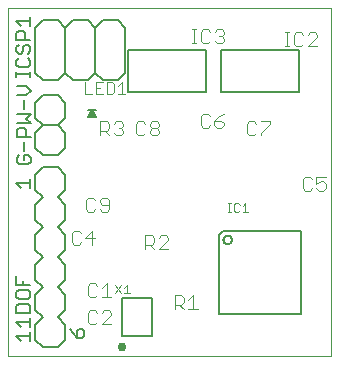
<source format=gto>
G75*
%MOIN*%
%OFA0B0*%
%FSLAX24Y24*%
%IPPOS*%
%LPD*%
%AMOC8*
5,1,8,0,0,1.08239X$1,22.5*
%
%ADD10C,0.0000*%
%ADD11C,0.0060*%
%ADD12C,0.0030*%
%ADD13C,0.0050*%
%ADD14C,0.0300*%
%ADD15C,0.0040*%
%ADD16C,0.0080*%
D10*
X000180Y000547D02*
X000180Y012143D01*
X010950Y012143D01*
X010950Y000547D01*
X000180Y000547D01*
D11*
X001080Y001097D02*
X001080Y001597D01*
X001330Y001847D01*
X001080Y002097D01*
X001080Y002597D01*
X001330Y002847D01*
X001080Y003097D01*
X001080Y003597D01*
X001330Y003847D01*
X001080Y004097D01*
X001080Y004597D01*
X001330Y004847D01*
X001080Y005097D01*
X001080Y005597D01*
X001330Y005847D01*
X001080Y006097D01*
X001080Y006597D01*
X001330Y006847D01*
X001830Y006847D01*
X002080Y006597D01*
X002080Y006097D01*
X001830Y005847D01*
X002080Y005597D01*
X002080Y005097D01*
X001830Y004847D01*
X002080Y004597D01*
X002080Y004097D01*
X001830Y003847D01*
X002080Y003597D01*
X002080Y003097D01*
X001830Y002847D01*
X002080Y002597D01*
X002080Y002097D01*
X001830Y001847D01*
X002080Y001597D01*
X002080Y001097D01*
X001830Y000847D01*
X001330Y000847D01*
X001080Y001097D01*
X001330Y007247D02*
X001080Y007497D01*
X001080Y007997D01*
X001330Y008247D01*
X001080Y008497D01*
X001080Y008997D01*
X001330Y009247D01*
X001830Y009247D01*
X002080Y008997D01*
X002080Y008497D01*
X001830Y008247D01*
X002080Y007997D01*
X002080Y007497D01*
X001830Y007247D01*
X001330Y007247D01*
X001330Y008247D02*
X001830Y008247D01*
X001830Y009747D02*
X001330Y009747D01*
X001080Y009997D01*
X001080Y011497D01*
X001330Y011747D01*
X001830Y011747D01*
X002080Y011497D01*
X002080Y009997D01*
X002330Y009747D01*
X002830Y009747D01*
X003080Y009997D01*
X003330Y009747D01*
X003830Y009747D01*
X004080Y009997D01*
X004080Y011497D01*
X003830Y011747D01*
X003330Y011747D01*
X003080Y011497D01*
X003080Y009997D01*
X002080Y009997D02*
X001830Y009747D01*
X002080Y011497D02*
X002330Y011747D01*
X002830Y011747D01*
X003080Y011497D01*
X007340Y004727D02*
X007200Y004587D01*
X007200Y001967D01*
X009960Y001967D01*
X009960Y004727D01*
X007340Y004727D01*
X007359Y004427D02*
X007361Y004450D01*
X007367Y004473D01*
X007376Y004494D01*
X007389Y004514D01*
X007405Y004531D01*
X007423Y004545D01*
X007443Y004556D01*
X007465Y004564D01*
X007488Y004568D01*
X007512Y004568D01*
X007535Y004564D01*
X007557Y004556D01*
X007577Y004545D01*
X007595Y004531D01*
X007611Y004514D01*
X007624Y004494D01*
X007633Y004473D01*
X007639Y004450D01*
X007641Y004427D01*
X007639Y004404D01*
X007633Y004381D01*
X007624Y004360D01*
X007611Y004340D01*
X007595Y004323D01*
X007577Y004309D01*
X007557Y004298D01*
X007535Y004290D01*
X007512Y004286D01*
X007488Y004286D01*
X007465Y004290D01*
X007443Y004298D01*
X007423Y004309D01*
X007405Y004323D01*
X007389Y004340D01*
X007376Y004360D01*
X007367Y004381D01*
X007361Y004404D01*
X007359Y004427D01*
D12*
X007505Y005362D02*
X007602Y005362D01*
X007553Y005362D02*
X007553Y005652D01*
X007505Y005652D02*
X007602Y005652D01*
X007701Y005604D02*
X007701Y005410D01*
X007750Y005362D01*
X007847Y005362D01*
X007895Y005410D01*
X007996Y005362D02*
X008190Y005362D01*
X008093Y005362D02*
X008093Y005652D01*
X007996Y005556D01*
X007895Y005604D02*
X007847Y005652D01*
X007750Y005652D01*
X007701Y005604D01*
X004244Y002645D02*
X004050Y002645D01*
X004147Y002645D02*
X004147Y002935D01*
X004050Y002839D01*
X003949Y002935D02*
X003756Y002645D01*
X003949Y002645D02*
X003756Y002935D01*
X003842Y009306D02*
X004089Y009306D01*
X003965Y009306D02*
X003965Y009676D01*
X003842Y009553D01*
X003720Y009615D02*
X003720Y009368D01*
X003658Y009306D01*
X003473Y009306D01*
X003473Y009676D01*
X003658Y009676D01*
X003720Y009615D01*
X003352Y009676D02*
X003105Y009676D01*
X003105Y009306D01*
X003352Y009306D01*
X003228Y009491D02*
X003105Y009491D01*
X002984Y009306D02*
X002737Y009306D01*
X002737Y009676D01*
D13*
X002855Y008772D02*
X003105Y008772D01*
X002994Y008744D02*
X002966Y008744D01*
X002980Y008772D02*
X003105Y008522D01*
X002855Y008522D01*
X002980Y008772D01*
X002942Y008695D02*
X003018Y008695D01*
X003043Y008647D02*
X002917Y008647D01*
X002893Y008598D02*
X003067Y008598D01*
X003091Y008550D02*
X002869Y008550D01*
X000935Y008623D02*
X000485Y008623D01*
X000710Y008784D02*
X000710Y009084D01*
X000785Y009244D02*
X000935Y009394D01*
X000785Y009544D01*
X000485Y009544D01*
X000485Y009244D02*
X000785Y009244D01*
X000935Y008623D02*
X000785Y008473D01*
X000935Y008323D01*
X000485Y008323D01*
X000560Y008163D02*
X000710Y008163D01*
X000785Y008088D01*
X000785Y007863D01*
X000935Y007863D02*
X000485Y007863D01*
X000485Y008088D01*
X000560Y008163D01*
X000710Y007703D02*
X000710Y007402D01*
X000710Y007242D02*
X000710Y007092D01*
X000710Y007242D02*
X000860Y007242D01*
X000935Y007167D01*
X000935Y007017D01*
X000860Y006942D01*
X000560Y006942D01*
X000485Y007017D01*
X000485Y007167D01*
X000560Y007242D01*
X000905Y006462D02*
X000905Y006162D01*
X000905Y006312D02*
X000455Y006312D01*
X000605Y006162D01*
X000455Y003212D02*
X000455Y002912D01*
X000905Y002912D01*
X000830Y002751D02*
X000530Y002751D01*
X000455Y002676D01*
X000455Y002526D01*
X000530Y002451D01*
X000830Y002451D01*
X000905Y002526D01*
X000905Y002676D01*
X000830Y002751D01*
X000680Y002912D02*
X000680Y003062D01*
X000830Y002291D02*
X000530Y002291D01*
X000455Y002216D01*
X000455Y001991D01*
X000905Y001991D01*
X000905Y002216D01*
X000830Y002291D01*
X000905Y001831D02*
X000905Y001530D01*
X000905Y001681D02*
X000455Y001681D01*
X000605Y001530D01*
X000905Y001370D02*
X000905Y001070D01*
X000905Y001220D02*
X000455Y001220D01*
X000605Y001070D01*
X002255Y001462D02*
X002330Y001312D01*
X002480Y001162D01*
X002480Y001387D01*
X002555Y001462D01*
X002630Y001462D01*
X002705Y001387D01*
X002705Y001237D01*
X002630Y001162D01*
X002480Y001162D01*
X003988Y001217D02*
X004972Y001217D01*
X004972Y002477D01*
X003988Y002477D01*
X003988Y001217D01*
X000905Y009872D02*
X000905Y010022D01*
X000905Y009947D02*
X000455Y009947D01*
X000455Y009872D02*
X000455Y010022D01*
X000530Y010179D02*
X000830Y010179D01*
X000905Y010254D01*
X000905Y010404D01*
X000830Y010479D01*
X000830Y010639D02*
X000905Y010714D01*
X000905Y010865D01*
X000830Y010940D01*
X000755Y010940D01*
X000680Y010865D01*
X000680Y010714D01*
X000605Y010639D01*
X000530Y010639D01*
X000455Y010714D01*
X000455Y010865D01*
X000530Y010940D01*
X000455Y011100D02*
X000455Y011325D01*
X000530Y011400D01*
X000680Y011400D01*
X000755Y011325D01*
X000755Y011100D01*
X000905Y011100D02*
X000455Y011100D01*
X000605Y011560D02*
X000455Y011710D01*
X000905Y011710D01*
X000905Y011560D02*
X000905Y011860D01*
X000530Y010479D02*
X000455Y010404D01*
X000455Y010254D01*
X000530Y010179D01*
D14*
X003980Y000847D03*
D15*
X003617Y001617D02*
X003310Y001617D01*
X003617Y001924D01*
X003617Y002001D01*
X003541Y002077D01*
X003387Y002077D01*
X003310Y002001D01*
X003157Y002001D02*
X003080Y002077D01*
X002927Y002077D01*
X002850Y002001D01*
X002850Y001694D01*
X002927Y001617D01*
X003080Y001617D01*
X003157Y001694D01*
X003080Y002517D02*
X002927Y002517D01*
X002850Y002594D01*
X002850Y002901D01*
X002927Y002977D01*
X003080Y002977D01*
X003157Y002901D01*
X003310Y002824D02*
X003464Y002977D01*
X003464Y002517D01*
X003617Y002517D02*
X003310Y002517D01*
X003157Y002594D02*
X003080Y002517D01*
X002991Y004267D02*
X002991Y004727D01*
X002760Y004497D01*
X003067Y004497D01*
X002607Y004344D02*
X002530Y004267D01*
X002377Y004267D01*
X002300Y004344D01*
X002300Y004651D01*
X002377Y004727D01*
X002530Y004727D01*
X002607Y004651D01*
X002856Y005367D02*
X002779Y005444D01*
X002779Y005751D01*
X002856Y005827D01*
X003009Y005827D01*
X003086Y005751D01*
X003240Y005751D02*
X003240Y005674D01*
X003316Y005597D01*
X003547Y005597D01*
X003547Y005444D02*
X003547Y005751D01*
X003470Y005827D01*
X003316Y005827D01*
X003240Y005751D01*
X003240Y005444D02*
X003316Y005367D01*
X003470Y005367D01*
X003547Y005444D01*
X003086Y005444D02*
X003009Y005367D01*
X002856Y005367D01*
X003250Y007917D02*
X003250Y008377D01*
X003480Y008377D01*
X003557Y008301D01*
X003557Y008147D01*
X003480Y008070D01*
X003250Y008070D01*
X003403Y008070D02*
X003557Y007917D01*
X003710Y007994D02*
X003787Y007917D01*
X003941Y007917D01*
X004017Y007994D01*
X004017Y008070D01*
X003941Y008147D01*
X003864Y008147D01*
X003941Y008147D02*
X004017Y008224D01*
X004017Y008301D01*
X003941Y008377D01*
X003787Y008377D01*
X003710Y008301D01*
X004450Y008301D02*
X004450Y007994D01*
X004527Y007917D01*
X004680Y007917D01*
X004757Y007994D01*
X004910Y007994D02*
X004910Y008070D01*
X004987Y008147D01*
X005141Y008147D01*
X005217Y008070D01*
X005217Y007994D01*
X005141Y007917D01*
X004987Y007917D01*
X004910Y007994D01*
X004987Y008147D02*
X004910Y008224D01*
X004910Y008301D01*
X004987Y008377D01*
X005141Y008377D01*
X005217Y008301D01*
X005217Y008224D01*
X005141Y008147D01*
X004757Y008301D02*
X004680Y008377D01*
X004527Y008377D01*
X004450Y008301D01*
X006300Y010987D02*
X006453Y010987D01*
X006377Y010987D02*
X006377Y011447D01*
X006453Y011447D02*
X006300Y011447D01*
X006607Y011371D02*
X006607Y011064D01*
X006684Y010987D01*
X006837Y010987D01*
X006914Y011064D01*
X007067Y011064D02*
X007144Y010987D01*
X007298Y010987D01*
X007374Y011064D01*
X007374Y011140D01*
X007298Y011217D01*
X007221Y011217D01*
X007298Y011217D02*
X007374Y011294D01*
X007374Y011371D01*
X007298Y011447D01*
X007144Y011447D01*
X007067Y011371D01*
X006914Y011371D02*
X006837Y011447D01*
X006684Y011447D01*
X006607Y011371D01*
X006677Y008627D02*
X006600Y008551D01*
X006600Y008244D01*
X006677Y008167D01*
X006830Y008167D01*
X006907Y008244D01*
X007060Y008244D02*
X007137Y008167D01*
X007291Y008167D01*
X007367Y008244D01*
X007367Y008320D01*
X007291Y008397D01*
X007060Y008397D01*
X007060Y008244D01*
X007060Y008397D02*
X007214Y008551D01*
X007367Y008627D01*
X006907Y008551D02*
X006830Y008627D01*
X006677Y008627D01*
X008150Y008301D02*
X008150Y007994D01*
X008227Y007917D01*
X008380Y007917D01*
X008457Y007994D01*
X008610Y007994D02*
X008610Y007917D01*
X008610Y007994D02*
X008917Y008301D01*
X008917Y008377D01*
X008610Y008377D01*
X008457Y008301D02*
X008380Y008377D01*
X008227Y008377D01*
X008150Y008301D01*
X010000Y006451D02*
X010000Y006144D01*
X010077Y006067D01*
X010230Y006067D01*
X010307Y006144D01*
X010460Y006144D02*
X010537Y006067D01*
X010691Y006067D01*
X010767Y006144D01*
X010767Y006297D01*
X010691Y006374D01*
X010614Y006374D01*
X010460Y006297D01*
X010460Y006527D01*
X010767Y006527D01*
X010307Y006451D02*
X010230Y006527D01*
X010077Y006527D01*
X010000Y006451D01*
X009937Y010887D02*
X009784Y010887D01*
X009707Y010964D01*
X009707Y011271D01*
X009784Y011347D01*
X009937Y011347D01*
X010014Y011271D01*
X010167Y011271D02*
X010244Y011347D01*
X010398Y011347D01*
X010474Y011271D01*
X010474Y011194D01*
X010167Y010887D01*
X010474Y010887D01*
X010014Y010964D02*
X009937Y010887D01*
X009553Y010887D02*
X009400Y010887D01*
X009477Y010887D02*
X009477Y011347D01*
X009553Y011347D02*
X009400Y011347D01*
X005441Y004577D02*
X005287Y004577D01*
X005210Y004501D01*
X005057Y004501D02*
X005057Y004347D01*
X004980Y004270D01*
X004750Y004270D01*
X004750Y004117D02*
X004750Y004577D01*
X004980Y004577D01*
X005057Y004501D01*
X004903Y004270D02*
X005057Y004117D01*
X005210Y004117D02*
X005517Y004424D01*
X005517Y004501D01*
X005441Y004577D01*
X005517Y004117D02*
X005210Y004117D01*
X005729Y002577D02*
X005959Y002577D01*
X006036Y002501D01*
X006036Y002347D01*
X005959Y002270D01*
X005729Y002270D01*
X005729Y002117D02*
X005729Y002577D01*
X005883Y002270D02*
X006036Y002117D01*
X006190Y002117D02*
X006497Y002117D01*
X006343Y002117D02*
X006343Y002577D01*
X006190Y002424D01*
D16*
X006770Y009347D02*
X004190Y009347D01*
X004190Y010747D01*
X006770Y010747D01*
X006770Y009347D01*
X007290Y009347D02*
X007290Y010747D01*
X009870Y010747D01*
X009870Y009347D01*
X007290Y009347D01*
M02*

</source>
